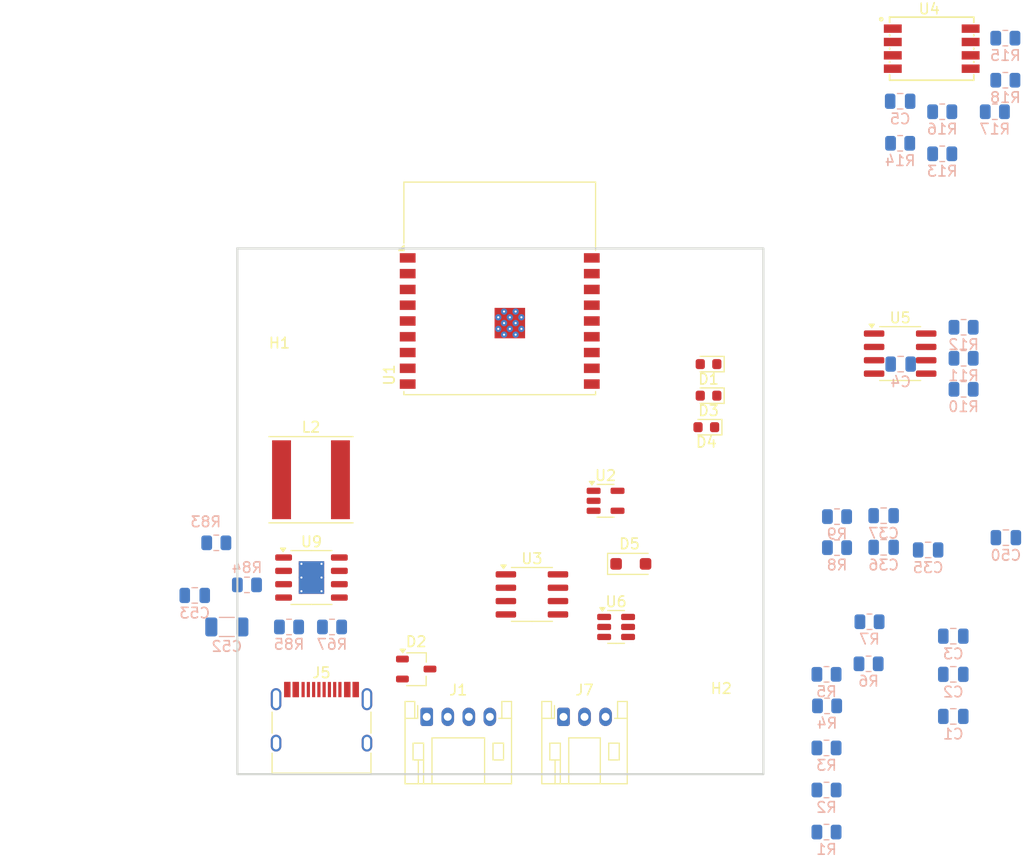
<source format=kicad_pcb>
(kicad_pcb (version 20241229) (generator "pcbnew") (generator_version "9.0")
  (layers (0 "F.Cu" signal) (2 "B.Cu" signal) (13 "F.Paste" user) (15 "B.Paste" user) (5 "F.SilkS" user "F.Silkscreen") (7 "B.SilkS" user "B.Silkscreen") (1 "F.Mask" user) (3 "B.Mask" user) (25 "Edge.Cuts" user))
  (net 0 "")
  (net 1 "Net-(D2-A1)")
  (net 5 "Net-(D2-A2)")
  (net 7 "/C3_TX")
  (net 12 "/C3_RX")
  (net 19 "GND")
  (net 20 "+5V")
  (net 21 "+3V3")
  (net 22 "/EN{slash}CHIP_PU")
  (net 23 "Net-(D1-A)")
  (net 24 "Net-(D3-A)")
  (net 25 "Net-(D4-A)")
  (net 26 "/Vbus")
  (net 27 "/LED_Green")
  (net 28 "/CANH")
  (net 29 "/CANL")
  (net 30 "/LED_Blue")
  (net 31 "/GPIO8")
  (net 33 "/CAN_TX")
  (net 34 "/CAN_RX")
  (net 35 "/C3_DE_RS485")
  (net 36 "/SD_CS")
  (net 37 "/SD_MOSI")
  (net 38 "/SD_MISO")
  (net 39 "Net-(U4-DAT1)")
  (net 40 "Net-(U4-CLK)")
  (net 41 "Net-(U4-DAT2)")
  (net 42 "Net-(U5-B)")
  (net 43 "Net-(C35-Pad1)")
  (net 44 "/FB")
  (net 45 "/SW")
  (net 46 "/BST")
  (net 47 "BAT+")
  (net 48 "Net-(J5-D+-PadA6)")
  (net 49 "Net-(U6-VBUS)")
  (net 50 "Net-(J5-D--PadA7)")
  (net 51 "Net-(J5-CC1)")
  (net 53 "Net-(J5-CC2)")
  (net 55 "/RON")
  (net 61 "Net-(U5-A)")
  (net 62 "/SD_SCK")
  (footprint "Package_TO_SOT_SMD:SOT-23-6" (layer "F.Cu") (at 96 126)
    (property "Reference" "U6" (at 0 -2.4 0) (layer "F.SilkS"))
    (property "Value" "USBLC6-2SC6")
    (fp_line (start 0 -1.56) (end -0.8 -1.56) (stroke (width 0.12)) (layer "F.SilkS"))
    (fp_line (start 0 -1.56) (end 0.8 -1.56) (stroke (width 0.12)) (layer "F.SilkS"))
    (fp_line (start 0 1.56) (end -0.8 1.56) (stroke (width 0.12)) (layer "F.SilkS"))
    (fp_line (start 0 1.56) (end 0.8 1.56) (stroke (width 0.12)) (layer "F.SilkS"))
    (fp_poly (pts (xy -1.3 -1.51) (xy -1.54 -1.84) (xy -1.06 -1.84)) (stroke (width 0.12)) (fill yes) (layer "F.SilkS"))
    (pad "1" smd roundrect (at -1.1375 -0.95) (size 1.325 0.6) (layers "F.Cu" "F.Mask" "F.Paste"))
    (pad "2" smd roundrect (at -1.1375 0) (size 1.325 0.6) (layers "F.Cu" "F.Mask" "F.Paste") (net 19 "GND"))
    (pad "3" smd roundrect (at -1.1375 0.95) (size 1.325 0.6) (layers "F.Cu" "F.Mask" "F.Paste"))
    (pad "4" smd roundrect (at 1.1375 0.95) (size 1.325 0.6) (layers "F.Cu" "F.Mask" "F.Paste"))
    (pad "5" smd roundrect (at 1.1375 0) (size 1.325 0.6) (layers "F.Cu" "F.Mask" "F.Paste") (net 49 "Net-(U6-VBUS)"))
    (pad "6" smd roundrect (at 1.1375 -0.95) (size 1.325 0.6) (layers "F.Cu" "F.Mask" "F.Paste"))
  )
  (footprint "MountingHole:MountingHole_3.2mm_M3" (layer "F.Cu") (at 106 136)
    (property "Reference" "H2" (at 0 -4.15 0) (layer "F.SilkS"))
    (property "Value" "MountingHole")
    (pad "" np_thru_hole circle (at 0 0) (size 3.2 3.2) (drill 3.2) (layers "*.Cu" "*.Mask"))
  )
  (footprint "Connector_JST:JST_PH_S3B-PH-K_1x03_P2.00mm_Horizontal" (layer "F.Cu") (at 91 134.55)
    (property "Reference" "J7" (at 2 -2.55 0) (layer "F.SilkS"))
    (property "Value" "RS485")
    (fp_line (start -2.06 -1.46) (end -2.06 6.36) (stroke (width 0.12)) (layer "F.SilkS"))
    (fp_line (start -2.06 0.14) (end -1.14 0.14) (stroke (width 0.12)) (layer "F.SilkS"))
    (fp_line (start -2.06 6.36) (end 6.06 6.36) (stroke (width 0.12)) (layer "F.SilkS"))
    (fp_line (start -1.3 2.5) (end -1.3 4.1) (stroke (width 0.12)) (layer "F.SilkS"))
    (fp_line (start -1.3 4.1) (end -0.3 4.1) (stroke (width 0.12)) (layer "F.SilkS"))
    (fp_line (start -1.14 -1.46) (end -2.06 -1.46) (stroke (width 0.12)) (layer "F.SilkS"))
    (fp_line (start -1.14 0.14) (end -1.14 -1.46) (stroke (width 0.12)) (layer "F.SilkS"))
    (fp_line (start -0.86 0.14) (end -1.14 0.14) (stroke (width 0.12)) (layer "F.SilkS"))
    (fp_line (start -0.86 0.14) (end -0.86 -1.075) (stroke (width 0.12)) (layer "F.SilkS"))
    (fp_line (start -0.8 4.1) (end -0.8 6.36) (stroke (width 0.12)) (layer "F.SilkS"))
    (fp_line (start -0.3 2.5) (end -1.3 2.5) (stroke (width 0.12)) (layer "F.SilkS"))
    (fp_line (start -0.3 4.1) (end -0.3 2.5) (stroke (width 0.12)) (layer "F.SilkS"))
    (fp_line (start -0.3 4.1) (end -0.3 6.36) (stroke (width 0.12)) (layer "F.SilkS"))
    (fp_line (start 0.5 2) (end 3.5 2) (stroke (width 0.12)) (layer "F.SilkS"))
    (fp_line (start 0.5 6.36) (end 0.5 2) (stroke (width 0.12)) (layer "F.SilkS"))
    (fp_line (start 3.5 2) (end 3.5 6.36) (stroke (width 0.12)) (layer "F.SilkS"))
    (fp_line (start 4.3 2.5) (end 5.3 2.5) (stroke (width 0.12)) (layer "F.SilkS"))
    (fp_line (start 4.3 4.1) (end 4.3 2.5) (stroke (width 0.12)) (layer "F.SilkS"))
    (fp_line (start 5.14 -1.46) (end 5.14 0.14) (stroke (width 0.12)) (layer "F.SilkS"))
    (fp_line (start 5.14 0.14) (end 4.86 0.14) (stroke (width 0.12)) (layer "F.SilkS"))
    (fp_line (start 5.3 2.5) (end 5.3 4.1) (stroke (width 0.12)) (layer "F.SilkS"))
    (fp_line (start 5.3 4.1) (end 4.3 4.1) (stroke (width 0.12)) (layer "F.SilkS"))
    (fp_line (start 6.06 -1.46) (end 5.14 -1.46) (stroke (width 0.12)) (layer "F.SilkS"))
    (fp_line (start 6.06 0.14) (end 5.14 0.14) (stroke (width 0.12)) (layer "F.SilkS"))
    (fp_line (start 6.06 6.36) (end 6.06 -1.46) (stroke (width 0.12)) (layer "F.SilkS"))
    (pad "1" thru_hole roundrect (at 0 0) (size 1.2 1.75) (drill 0.75) (layers "*.Cu" "*.Mask") (roundrect_rratio 0.208333) (net 5 "Net-(D2-A2)"))
    (pad "2" thru_hole oval (at 2 0) (size 1.2 1.75) (drill 0.75) (layers "*.Cu" "*.Mask") (net 19 "GND"))
    (pad "3" thru_hole oval (at 4 0) (size 1.2 1.75) (drill 0.75) (layers "*.Cu" "*.Mask") (net 1 "Net-(D2-A1)"))
  )
  (footprint "LED_SMD:LED_0603_1608Metric" (layer "F.Cu") (at 104.7875 101 180)
    (property "Reference" "D1" (at 0 -1.43 0) (layer "F.SilkS"))
    (property "Value" "Red")
    (fp_line (start 0.8 -0.735) (end -1.485 -0.735) (stroke (width 0.12)) (layer "F.SilkS"))
    (fp_line (start -1.485 0.735) (end 0.8 0.735) (stroke (width 0.12)) (layer "F.SilkS"))
    (fp_line (start -1.485 -0.735) (end -1.485 0.735) (stroke (width 0.12)) (layer "F.SilkS"))
    (pad "1" smd roundrect (at -0.7875 0 180) (size 0.875 0.95) (layers "F.Cu" "F.Mask" "F.Paste") (net 19 "GND"))
    (pad "2" smd roundrect (at 0.7875 0 180) (size 0.875 0.95) (layers "F.Cu" "F.Mask" "F.Paste") (net 23 "Net-(D1-A)"))
  )
  (footprint "Connector_JST:JST_PH_S4B-PH-K_1x04_P2.00mm_Horizontal" (layer "F.Cu") (at 78 134.55)
    (property "Reference" "J1" (at 3 -2.55 0) (layer "F.SilkS"))
    (property "Value" "CAN")
    (fp_line (start -2.06 -1.46) (end -2.06 6.36) (stroke (width 0.12)) (layer "F.SilkS"))
    (fp_line (start -2.06 0.14) (end -1.14 0.14) (stroke (width 0.12)) (layer "F.SilkS"))
    (fp_line (start -2.06 6.36) (end 8.06 6.36) (stroke (width 0.12)) (layer "F.SilkS"))
    (fp_line (start -1.3 2.5) (end -1.3 4.1) (stroke (width 0.12)) (layer "F.SilkS"))
    (fp_line (start -1.3 4.1) (end -0.3 4.1) (stroke (width 0.12)) (layer "F.SilkS"))
    (fp_line (start -1.14 -1.46) (end -2.06 -1.46) (stroke (width 0.12)) (layer "F.SilkS"))
    (fp_line (start -1.14 0.14) (end -1.14 -1.46) (stroke (width 0.12)) (layer "F.SilkS"))
    (fp_line (start -0.86 0.14) (end -1.14 0.14) (stroke (width 0.12)) (layer "F.SilkS"))
    (fp_line (start -0.86 0.14) (end -0.86 -1.075) (stroke (width 0.12)) (layer "F.SilkS"))
    (fp_line (start -0.8 4.1) (end -0.8 6.36) (stroke (width 0.12)) (layer "F.SilkS"))
    (fp_line (start -0.3 2.5) (end -1.3 2.5) (stroke (width 0.12)) (layer "F.SilkS"))
    (fp_line (start -0.3 4.1) (end -0.3 2.5) (stroke (width 0.12)) (layer "F.SilkS"))
    (fp_line (start -0.3 4.1) (end -0.3 6.36) (stroke (width 0.12)) (layer "F.SilkS"))
    (fp_line (start 0.5 2) (end 5.5 2) (stroke (width 0.12)) (layer "F.SilkS"))
    (fp_line (start 0.5 6.36) (end 0.5 2) (stroke (width 0.12)) (layer "F.SilkS"))
    (fp_line (start 5.5 2) (end 5.5 6.36) (stroke (width 0.12)) (layer "F.SilkS"))
    (fp_line (start 6.3 2.5) (end 7.3 2.5) (stroke (width 0.12)) (layer "F.SilkS"))
    (fp_line (start 6.3 4.1) (end 6.3 2.5) (stroke (width 0.12)) (layer "F.SilkS"))
    (fp_line (start 7.14 -1.46) (end 7.14 0.14) (stroke (width 0.12)) (layer "F.SilkS"))
    (fp_line (start 7.14 0.14) (end 6.86 0.14) (stroke (width 0.12)) (layer "F.SilkS"))
    (fp_line (start 7.3 2.5) (end 7.3 4.1) (stroke (width 0.12)) (layer "F.SilkS"))
    (fp_line (start 7.3 4.1) (end 6.3 4.1) (stroke (width 0.12)) (layer "F.SilkS"))
    (fp_line (start 8.06 -1.46) (end 7.14 -1.46) (stroke (width 0.12)) (layer "F.SilkS"))
    (fp_line (start 8.06 0.14) (end 7.14 0.14) (stroke (width 0.12)) (layer "F.SilkS"))
    (fp_line (start 8.06 6.36) (end 8.06 -1.46) (stroke (width 0.12)) (layer "F.SilkS"))
    (pad "1" thru_hole roundrect (at 0 0) (size 1.2 1.75) (drill 0.75) (layers "*.Cu" "*.Mask") (roundrect_rratio 0.208333))
    (pad "2" thru_hole oval (at 2 0) (size 1.2 1.75) (drill 0.75) (layers "*.Cu" "*.Mask"))
    (pad "3" thru_hole oval (at 4 0) (size 1.2 1.75) (drill 0.75) (layers "*.Cu" "*.Mask"))
    (pad "4" thru_hole oval (at 6 0) (size 1.2 1.75) (drill 0.75) (layers "*.Cu" "*.Mask"))
  )
  (footprint "Package_TO_SOT_SMD:TSOT-23" (layer "F.Cu") (at 77 130)
    (property "Reference" "D2" (at 0 -2.6 0) (layer "F.SilkS"))
    (property "Value" "CDSOT23-SM712")
    (fp_line (start 0.945 0.69) (end 0.945 1.58) (stroke (width 0.12)) (layer "F.SilkS"))
    (fp_line (start 0.945 1.58) (end -0.905 1.58) (stroke (width 0.12)) (layer "F.SilkS"))
    (fp_line (start 0.96 -1.54) (end -0.89 -1.54) (stroke (width 0.12)) (layer "F.SilkS"))
    (fp_line (start 0.96 -1.54) (end 0.96 -0.65) (stroke (width 0.12)) (layer "F.SilkS"))
    (fp_poly (pts (xy -1.28 -1.55) (xy -1.52 -1.88) (xy -1.04 -1.88) (xy -1.28 -1.55)) (stroke (width 0.12)) (fill yes) (layer "F.SilkS"))
    (pad "1" smd roundrect (at -1.31 -0.95) (size 1.22 0.65) (layers "F.Cu" "F.Mask" "F.Paste") (net 1 "Net-(D2-A1)"))
    (pad "2" smd roundrect (at -1.31 0.95) (size 1.22 0.65) (layers "F.Cu" "F.Mask" "F.Paste") (net 5 "Net-(D2-A2)"))
    (pad "3" smd roundrect (at 1.31 0) (size 1.22 0.65) (layers "F.Cu" "F.Mask" "F.Paste") (net 19 "GND"))
  )
  (footprint "Inductor_SMD:L_Taiyo-Yuden_NR-80xx" (layer "F.Cu") (at 67 112)
    (property "Reference" "L2" (at 0 -5 0) (layer "F.SilkS"))
    (property "Value" "33u")
    (fp_line (start -4 -4.1) (end 4 -4.1) (stroke (width 0.12)) (layer "F.SilkS"))
    (fp_line (start -4 4.1) (end 4 4.1) (stroke (width 0.12)) (layer "F.SilkS"))
    (pad "1" smd rect (at -2.8 0) (size 1.8 7.5) (layers "F.Cu" "F.Mask" "F.Paste") (net 45 "/SW"))
    (pad "2" smd rect (at 2.8 0) (size 1.8 7.5) (layers "F.Cu" "F.Mask" "F.Paste") (net 20 "+5V"))
  )
  (footprint "Diode_SMD:D_SOD-123F" (layer "F.Cu") (at 97.4 120)
    (property "Reference" "D5" (at -0.127 -1.905 0) (layer "F.SilkS"))
    (property "Value" "100V/3A")
    (fp_line (start -2.21 -1) (end -2.21 1) (stroke (width 0.12)) (layer "F.SilkS"))
    (fp_line (start -2.21 -1) (end 1.65 -1) (stroke (width 0.12)) (layer "F.SilkS"))
    (fp_line (start -2.21 1) (end 1.65 1) (stroke (width 0.12)) (layer "F.SilkS"))
    (pad "1" smd roundrect (at -1.4 0) (size 1.1 1.1) (layers "F.Cu" "F.Mask" "F.Paste") (roundrect_rratio 0.2272727273) (net 20 "+5V"))
    (pad "2" smd roundrect (at 1.4 0) (size 1.1 1.1) (layers "F.Cu" "F.Mask" "F.Paste") (roundrect_rratio 0.2272727273) (net 26 "/Vbus"))
  )
  (footprint "MountingHole:MountingHole_3.2mm_M3" (layer "F.Cu") (at 64 94)
    (property "Reference" "H1" (at 0 5 0) (layer "F.SilkS"))
    (property "Value" "MountingHole")
    (pad "" np_thru_hole circle (at 0 0) (size 3.2 3.2) (drill 3.2) (layers "*.Cu" "*.Mask"))
  )
  (footprint "RF_Module:ESP32-C3-WROOM-02" (layer "F.Cu") (at 84.94 96.9)
    (property "Reference" "U1" (at -10.5 5.13 90) (layer "F.SilkS"))
    (property "Value" "ESP32-C3-WROOM-02")
    (fp_line (start -9.11 -13.21) (end -9.11 -7.4) (stroke (width 0.12)) (layer "F.SilkS"))
    (fp_line (start -9.11 -13.21) (end 9.11 -13.21) (stroke (width 0.12)) (layer "F.SilkS"))
    (fp_line (start -9.11 6.71) (end -9.11 7.01) (stroke (width 0.12)) (layer "F.SilkS"))
    (fp_line (start -9.11 7.01) (end 9.11 7.01) (stroke (width 0.12)) (layer "F.SilkS"))
    (fp_line (start 9.11 -13.21) (end 9.11 -6.71) (stroke (width 0.12)) (layer "F.SilkS"))
    (fp_line (start 9.11 6.71) (end 9.11 7.01) (stroke (width 0.12)) (layer "F.SilkS"))
    (fp_poly (pts (xy -9.1 -6.7) (xy -9.6 -6.7) (xy -9.1 -7.2) (xy -9.1 -6.7)) (stroke (width 0.12)) (fill yes) (layer "F.SilkS"))
    (pad "1" smd rect (at -8.75 -6) (size 1.5 0.9) (layers "F.Cu" "F.Mask" "F.Paste") (net 21 "+3V3"))
    (pad "2" smd rect (at -8.75 -4.5) (size 1.5 0.9) (layers "F.Cu" "F.Mask" "F.Paste") (net 22 "/EN{slash}CHIP_PU"))
    (pad "3" smd rect (at -8.75 -3) (size 1.5 0.9) (layers "F.Cu" "F.Mask" "F.Paste"))
    (pad "4" smd rect (at -8.75 -1.5) (size 1.5 0.9) (layers "F.Cu" "F.Mask" "F.Paste"))
    (pad "5" smd rect (at -8.75 0) (size 1.5 0.9) (layers "F.Cu" "F.Mask" "F.Paste"))
    (pad "6" smd rect (at -8.75 1.5) (size 1.5 0.9) (layers "F.Cu" "F.Mask" "F.Paste"))
    (pad "7" smd rect (at -8.75 3) (size 1.5 0.9) (layers "F.Cu" "F.Mask" "F.Paste") (net 31 "/GPIO8"))
    (pad "8" smd rect (at -8.75 4.5) (size 1.5 0.9) (layers "F.Cu" "F.Mask" "F.Paste"))
    (pad "9" smd rect (at -8.75 6) (size 1.5 0.9) (layers "F.Cu" "F.Mask" "F.Paste") (net 19 "GND"))
    (pad "10" smd rect (at 8.75 6) (size 1.5 0.9) (layers "F.Cu" "F.Mask" "F.Paste"))
    (pad "11" smd rect (at 8.75 4.5) (size 1.5 0.9) (layers "F.Cu" "F.Mask" "F.Paste") (net 12 "/C3_RX"))
    (pad "12" smd rect (at 8.75 3) (size 1.5 0.9) (layers "F.Cu" "F.Mask" "F.Paste") (net 7 "/C3_TX"))
    (pad "13" smd rect (at 8.75 1.5) (size 1.5 0.9) (layers "F.Cu" "F.Mask" "F.Paste"))
    (pad "14" smd rect (at 8.75 0) (size 1.5 0.9) (layers "F.Cu" "F.Mask" "F.Paste") (net 35 "/C3_DE_RS485"))
    (pad "15" smd rect (at 8.75 -1.5) (size 1.5 0.9) (layers "F.Cu" "F.Mask" "F.Paste"))
    (pad "16" smd rect (at 8.75 -3) (size 1.5 0.9) (layers "F.Cu" "F.Mask" "F.Paste") (net 27 "/LED_Green"))
    (pad "17" smd rect (at 8.75 -4.5) (size 1.5 0.9) (layers "F.Cu" "F.Mask" "F.Paste"))
    (pad "18" smd rect (at 8.75 -6) (size 1.5 0.9) (layers "F.Cu" "F.Mask" "F.Paste"))
    (pad "19" thru_hole circle (at -0.14 -0.35) (size 0.6 0.6) (drill 0.2) (property pad_prop_heatsink) (layers "*.Cu" "F.Mask") (net 19 "GND"))
    (pad "19" thru_hole circle (at -0.14 0.75) (size 0.6 0.6) (drill 0.2) (property pad_prop_heatsink) (layers "*.Cu" "F.Mask") (net 19 "GND"))
    (pad "19" thru_hole circle (at 0.41 -0.9) (size 0.6 0.6) (drill 0.2) (property pad_prop_heatsink) (layers "*.Cu" "F.Mask") (net 19 "GND"))
    (pad "19" thru_hole circle (at 0.41 0.2) (size 0.6 0.6) (drill 0.2) (property pad_prop_heatsink) (layers "*.Cu" "F.Mask") (net 19 "GND"))
    (pad "19" thru_hole circle (at 0.41 1.3) (size 0.6 0.6) (drill 0.2) (property pad_prop_heatsink) (layers "*.Cu" "F.Mask") (net 19 "GND"))
    (pad "19" thru_hole circle (at 0.96 -0.35) (size 0.6 0.6) (drill 0.2) (property pad_prop_heatsink) (layers "*.Cu" "F.Mask") (net 19 "GND"))
    (pad "19" smd rect (at 0.96 0.2) (size 2.9 2.9) (property pad_prop_heatsink) (layers "F.Cu" "F.Mask") (net 19 "GND"))
    (pad "19" thru_hole circle (at 0.96 0.75) (size 0.6 0.6) (drill 0.2) (property pad_prop_heatsink) (layers "*.Cu" "F.Mask") (net 19 "GND"))
    (pad "19" thru_hole circle (at 1.51 -0.9) (size 0.6 0.6) (drill 0.2) (property pad_prop_heatsink) (layers "*.Cu" "F.Mask") (net 19 "GND"))
    (pad "19" thru_hole circle (at 1.51 0.2) (size 0.6 0.6) (drill 0.2) (property pad_prop_heatsink) (layers "*.Cu" "F.Mask") (net 19 "GND"))
    (pad "19" thru_hole circle (at 1.51 1.3) (size 0.6 0.6) (drill 0.2) (property pad_prop_heatsink) (layers "*.Cu" "F.Mask") (net 19 "GND"))
    (pad "19" thru_hole circle (at 2.06 -0.35) (size 0.6 0.6) (drill 0.2) (property pad_prop_heatsink) (layers "*.Cu" "F.Mask") (net 19 "GND"))
    (pad "19" thru_hole circle (at 2.06 0.75) (size 0.6 0.6) (drill 0.2) (property pad_prop_heatsink) (layers "*.Cu" "F.Mask") (net 19 "GND"))
  )
  (footprint "Klever:MKDV32GCL-STP" (layer "F.Cu") (at 126 71)
    (property "Reference" "U4" (at -0.23575 -3.78 0) (layer "F.SilkS"))
    (property "Value" "~")
    (fp_line (start -4 -3) (end -4 -2.4895) (stroke (width 0.16)) (layer "F.SilkS"))
    (fp_line (start -4 -3) (end 4 -3) (stroke (width 0.16)) (layer "F.SilkS"))
    (fp_line (start -4 -1.321) (end -4 -1.2195) (stroke (width 0.16)) (layer "F.SilkS"))
    (fp_line (start -4 -0.051) (end -4 0.0505) (stroke (width 0.16)) (layer "F.SilkS"))
    (fp_line (start -4 1.219) (end -4 1.3205) (stroke (width 0.16)) (layer "F.SilkS"))
    (fp_line (start -4 2.489) (end -4 3) (stroke (width 0.16)) (layer "F.SilkS"))
    (fp_line (start -4 3) (end 4 3) (stroke (width 0.16)) (layer "F.SilkS"))
    (fp_line (start 4 -3) (end 4 -2.4895) (stroke (width 0.16)) (layer "F.SilkS"))
    (fp_line (start 4 -1.321) (end 4 -1.2195) (stroke (width 0.16)) (layer "F.SilkS"))
    (fp_line (start 4 -0.051) (end 4 0.0505) (stroke (width 0.16)) (layer "F.SilkS"))
    (fp_line (start 4 1.219) (end 4 1.3205) (stroke (width 0.16)) (layer "F.SilkS"))
    (fp_line (start 4 2.489) (end 4 3) (stroke (width 0.16)) (layer "F.SilkS"))
    (fp_circle (center -4.8 -2.8) (end -4.6585 -2.8) (stroke (width 0.16)) (fill no) (layer "F.SilkS"))
    (pad "1" smd rect (at -3.7 -1.905) (size 1.7 0.8) (layers "F.Cu" "F.Mask" "F.Paste") (net 41 "Net-(U4-DAT2)"))
    (pad "2" smd rect (at -3.7 -0.635) (size 1.7 0.8) (layers "F.Cu" "F.Mask" "F.Paste") (net 36 "/SD_CS"))
    (pad "3" smd rect (at -3.7 0.635) (size 1.7 0.8) (layers "F.Cu" "F.Mask" "F.Paste") (net 40 "Net-(U4-CLK)"))
    (pad "4" smd rect (at -3.7 1.905) (size 1.7 0.8) (layers "F.Cu" "F.Mask" "F.Paste") (net 19 "GND"))
    (pad "5" smd rect (at 3.7 1.905) (size 1.7 0.8) (layers "F.Cu" "F.Mask" "F.Paste") (net 37 "/SD_MOSI"))
    (pad "6" smd rect (at 3.7 0.635) (size 1.7 0.8) (layers "F.Cu" "F.Mask" "F.Paste") (net 38 "/SD_MISO"))
    (pad "7" smd rect (at 3.7 -0.635) (size 1.7 0.8) (layers "F.Cu" "F.Mask" "F.Paste") (net 39 "Net-(U4-DAT1)"))
    (pad "8" smd rect (at 3.7 -1.905) (size 1.7 0.8) (layers "F.Cu" "F.Mask" "F.Paste") (net 21 "+3V3"))
  )
  (footprint "Package_TO_SOT_SMD:SOT-23-5" (layer "F.Cu") (at 95 114)
    (property "Reference" "U2" (at 0 -2.4 0) (layer "F.SilkS"))
    (property "Value" "AP2112K-3.3")
    (fp_line (start 0 -1.56) (end -0.8 -1.56) (stroke (width 0.12)) (layer "F.SilkS"))
    (fp_line (start 0 -1.56) (end 0.8 -1.56) (stroke (width 0.12)) (layer "F.SilkS"))
    (fp_line (start 0 1.56) (end -0.8 1.56) (stroke (width 0.12)) (layer "F.SilkS"))
    (fp_line (start 0 1.56) (end 0.8 1.56) (stroke (width 0.12)) (layer "F.SilkS"))
    (fp_poly (pts (xy -1.3 -1.51) (xy -1.54 -1.84) (xy -1.06 -1.84)) (stroke (width 0.12)) (fill yes) (layer "F.SilkS"))
    (pad "1" smd roundrect (at -1.1375 -0.95) (size 1.325 0.6) (layers "F.Cu" "F.Mask" "F.Paste") (net 20 "+5V"))
    (pad "2" smd roundrect (at -1.1375 0) (size 1.325 0.6) (layers "F.Cu" "F.Mask" "F.Paste") (net 19 "GND"))
    (pad "3" smd roundrect (at -1.1375 0.95) (size 1.325 0.6) (layers "F.Cu" "F.Mask" "F.Paste") (net 20 "+5V"))
    (pad "4" smd roundrect (at 1.1375 0.95) (size 1.325 0.6) (layers "F.Cu" "F.Mask" "F.Paste"))
    (pad "5" smd roundrect (at 1.1375 -0.95) (size 1.325 0.6) (layers "F.Cu" "F.Mask" "F.Paste") (net 21 "+3V3"))
  )
  (footprint "LED_SMD:LED_0603_1608Metric" (layer "F.Cu") (at 104.575 107 180)
    (property "Reference" "D4" (at 0 -1.43 0) (layer "F.SilkS"))
    (property "Value" "Emerald")
    (fp_line (start 0.8 -0.735) (end -1.485 -0.735) (stroke (width 0.12)) (layer "F.SilkS"))
    (fp_line (start -1.485 0.735) (end 0.8 0.735) (stroke (width 0.12)) (layer "F.SilkS"))
    (fp_line (start -1.485 -0.735) (end -1.485 0.735) (stroke (width 0.12)) (layer "F.SilkS"))
    (pad "1" smd roundrect (at -0.7875 0 180) (size 0.875 0.95) (layers "F.Cu" "F.Mask" "F.Paste") (net 19 "GND"))
    (pad "2" smd roundrect (at 0.7875 0 180) (size 0.875 0.95) (layers "F.Cu" "F.Mask" "F.Paste") (net 25 "Net-(D4-A)"))
  )
  (footprint "LED_SMD:LED_0603_1608Metric" (layer "F.Cu") (at 104.7875 104 180)
    (property "Reference" "D3" (at 0 -1.43 0) (layer "F.SilkS"))
    (property "Value" "Blue")
    (fp_line (start 0.8 -0.735) (end -1.485 -0.735) (stroke (width 0.12)) (layer "F.SilkS"))
    (fp_line (start -1.485 0.735) (end 0.8 0.735) (stroke (width 0.12)) (layer "F.SilkS"))
    (fp_line (start -1.485 -0.735) (end -1.485 0.735) (stroke (width 0.12)) (layer "F.SilkS"))
    (pad "1" smd roundrect (at -0.7875 0 180) (size 0.875 0.95) (layers "F.Cu" "F.Mask" "F.Paste") (net 19 "GND"))
    (pad "2" smd roundrect (at 0.7875 0 180) (size 0.875 0.95) (layers "F.Cu" "F.Mask" "F.Paste") (net 24 "Net-(D3-A)"))
  )
  (footprint "Package_SO:HSOP-8-1EP_3.9x4.9mm_P1.27mm_EP2.41x3.1mm_ThermalVias" (layer "F.Cu") (at 67.045 121.3)
    (property "Reference" "U9" (at 0 -3.4 0) (layer "F.SilkS"))
    (property "Value" "LM5164DDA")
    (fp_line (start 0 -2.56) (end -1.95 -2.56) (stroke (width 0.12)) (layer "F.SilkS"))
    (fp_line (start 0 -2.56) (end 1.95 -2.56) (stroke (width 0.12)) (layer "F.SilkS"))
    (fp_line (start 0 2.56) (end -1.95 2.56) (stroke (width 0.12)) (layer "F.SilkS"))
    (fp_line (start 0 2.56) (end 1.95 2.56) (stroke (width 0.12)) (layer "F.SilkS"))
    (fp_poly (pts (xy -2.7 -2.465) (xy -2.94 -2.795) (xy -2.46 -2.795)) (stroke (width 0.12)) (fill yes) (layer "F.SilkS"))
    (pad "1" smd roundrect (at -2.65 -1.905) (size 1.6 0.6) (layers "F.Cu" "F.Mask" "F.Paste") (net 19 "GND"))
    (pad "2" smd roundrect (at -2.65 -0.635) (size 1.6 0.6) (layers "F.Cu" "F.Mask" "F.Paste") (net 47 "BAT+"))
    (pad "3" smd roundrect (at -2.65 0.635) (size 1.6 0.6) (layers "F.Cu" "F.Mask" "F.Paste") (net 47 "BAT+"))
    (pad "4" smd roundrect (at -2.65 1.905) (size 1.6 0.6) (layers "F.Cu" "F.Mask" "F.Paste") (net 55 "/RON"))
    (pad "5" smd roundrect (at 2.65 1.905) (size 1.6 0.6) (layers "F.Cu" "F.Mask" "F.Paste") (net 44 "/FB"))
    (pad "6" smd roundrect (at 2.65 0.635) (size 1.6 0.6) (layers "F.Cu" "F.Mask" "F.Paste"))
    (pad "7" smd roundrect (at 2.65 -0.635) (size 1.6 0.6) (layers "F.Cu" "F.Mask" "F.Paste") (net 46 "/BST"))
    (pad "8" smd roundrect (at 2.65 -1.905) (size 1.6 0.6) (layers "F.Cu" "F.Mask" "F.Paste") (net 45 "/SW"))
    (pad "9" thru_hole circle (at -0.955 -1.3) (size 0.5 0.5) (drill 0.2) (property pad_prop_heatsink) (layers "*.Cu") (net 19 "GND"))
    (pad "9" thru_hole circle (at -0.955 0) (size 0.5 0.5) (drill 0.2) (property pad_prop_heatsink) (layers "*.Cu") (net 19 "GND"))
    (pad "9" thru_hole circle (at -0.955 1.3) (size 0.5 0.5) (drill 0.2) (property pad_prop_heatsink) (layers "*.Cu") (net 19 "GND"))
    (pad "9" smd rect (at 0 0) (size 2.41 3.1) (property pad_prop_heatsink) (layers "F.Cu" "F.Mask") (net 19 "GND"))
    (pad "9" smd rect (at 0 0) (size 2.41 3.1) (property pad_prop_heatsink) (layers "B.Cu") (net 19 "GND"))
    (pad "9" thru_hole circle (at 0.955 -1.3) (size 0.5 0.5) (drill 0.2) (property pad_prop_heatsink) (layers "*.Cu") (net 19 "GND"))
    (pad "9" thru_hole circle (at 0.955 0) (size 0.5 0.5) (drill 0.2) (property pad_prop_heatsink) (layers "*.Cu") (net 19 "GND"))
    (pad "9" thru_hole circle (at 0.955 1.3) (size 0.5 0.5) (drill 0.2) (property pad_prop_heatsink) (layers "*.Cu") (net 19 "GND"))
  )
  (footprint "Package_SO:SOIC-8_3.9x4.9mm_P1.27mm" (layer "F.Cu") (at 123 100)
    (property "Reference" "U5" (at 0 -3.4 0) (layer "F.SilkS"))
    (property "Value" "MAX485E")
    (fp_line (start 0 -2.56) (end -1.95 -2.56) (stroke (width 0.12)) (layer "F.SilkS"))
    (fp_line (start 0 -2.56) (end 1.95 -2.56) (stroke (width 0.12)) (layer "F.SilkS"))
    (fp_line (start 0 2.56) (end -1.95 2.56) (stroke (width 0.12)) (layer "F.SilkS"))
    (fp_line (start 0 2.56) (end 1.95 2.56) (stroke (width 0.12)) (layer "F.SilkS"))
    (fp_poly (pts (xy -2.7 -2.465) (xy -2.94 -2.795) (xy -2.46 -2.795)) (stroke (width 0.12)) (fill yes) (layer "F.SilkS"))
    (pad "1" smd roundrect (at -2.475 -1.905) (size 1.95 0.6) (layers "F.Cu" "F.Mask" "F.Paste") (net 12 "/C3_RX"))
    (pad "2" smd roundrect (at -2.475 -0.635) (size 1.95 0.6) (layers "F.Cu" "F.Mask" "F.Paste") (net 35 "/C3_DE_RS485"))
    (pad "3" smd roundrect (at -2.475 0.635) (size 1.95 0.6) (layers "F.Cu" "F.Mask" "F.Paste") (net 35 "/C3_DE_RS485"))
    (pad "4" smd roundrect (at -2.475 1.905) (size 1.95 0.6) (layers "F.Cu" "F.Mask" "F.Paste") (net 7 "/C3_TX"))
    (pad "5" smd roundrect (at 2.475 1.905) (size 1.95 0.6) (layers "F.Cu" "F.Mask" "F.Paste") (net 19 "GND"))
    (pad "6" smd roundrect (at 2.475 0.635) (size 1.95 0.6) (layers "F.Cu" "F.Mask" "F.Paste") (net 61 "Net-(U5-A)"))
    (pad "7" smd roundrect (at 2.475 -0.635) (size 1.95 0.6) (layers "F.Cu" "F.Mask" "F.Paste") (net 42 "Net-(U5-B)"))
    (pad "8" smd roundrect (at 2.475 -1.905) (size 1.95 0.6) (layers "F.Cu" "F.Mask" "F.Paste") (net 20 "+5V"))
  )
  (footprint "Package_SO:SOIC-8_3.9x4.9mm_P1.27mm" (layer "F.Cu") (at 88 122.905)
    (property "Reference" "U3" (at 0 -3.4 0) (layer "F.SilkS"))
    (property "Value" "TJA1051T-3")
    (fp_line (start 0 -2.56) (end -1.95 -2.56) (stroke (width 0.12)) (layer "F.SilkS"))
    (fp_line (start 0 -2.56) (end 1.95 -2.56) (stroke (width 0.12)) (layer "F.SilkS"))
    (fp_line (start 0 2.56) (end -1.95 2.56) (stroke (width 0.12)) (layer "F.SilkS"))
    (fp_line (start 0 2.56) (end 1.95 2.56) (stroke (width 0.12)) (layer "F.SilkS"))
    (fp_poly (pts (xy -2.7 -2.465) (xy -2.94 -2.795) (xy -2.46 -2.795)) (stroke (width 0.12)) (fill yes) (layer "F.SilkS"))
    (pad "1" smd roundrect (at -2.475 -1.905) (size 1.95 0.6) (layers "F.Cu" "F.Mask" "F.Paste") (net 33 "/CAN_TX"))
    (pad "2" smd roundrect (at -2.475 -0.635) (size 1.95 0.6) (layers "F.Cu" "F.Mask" "F.Paste") (net 19 "GND"))
    (pad "3" smd roundrect (at -2.475 0.635) (size 1.95 0.6) (layers "F.Cu" "F.Mask" "F.Paste") (net 20 "+5V"))
    (pad "4" smd roundrect (at -2.475 1.905) (size 1.95 0.6) (layers "F.Cu" "F.Mask" "F.Paste") (net 34 "/CAN_RX"))
    (pad "5" smd roundrect (at 2.475 1.905) (size 1.95 0.6) (layers "F.Cu" "F.Mask" "F.Paste") (net 21 "+3V3"))
    (pad "6" smd roundrect (at 2.475 0.635) (size 1.95 0.6) (layers "F.Cu" "F.Mask" "F.Paste") (net 29 "/CANL"))
    (pad "7" smd roundrect (at 2.475 -0.635) (size 1.95 0.6) (layers "F.Cu" "F.Mask" "F.Paste") (net 28 "/CANH"))
    (pad "8" smd roundrect (at 2.475 -1.905) (size 1.95 0.6) (layers "F.Cu" "F.Mask" "F.Paste") (net 19 "GND"))
  )
  (footprint "Connector_USB:USB_C_Receptacle_HRO_TYPE-C-31-M-12" (layer "F.Cu") (at 68 136)
    (property "Reference" "J5" (at 0 -5.645 0) (layer "F.SilkS"))
    (property "Value" "USB_C_Receptacle_USB2.0")
    (fp_line (start -4.7 -1.9) (end -4.7 0.1) (stroke (width 0.12)) (layer "F.SilkS"))
    (fp_line (start -4.7 2) (end -4.7 3.9) (stroke (width 0.12)) (layer "F.SilkS"))
    (fp_line (start -4.7 3.9) (end 4.7 3.9) (stroke (width 0.12)) (layer "F.SilkS"))
    (fp_line (start 4.7 -1.9) (end 4.7 0.1) (stroke (width 0.12)) (layer "F.SilkS"))
    (fp_line (start 4.7 2) (end 4.7 3.9) (stroke (width 0.12)) (layer "F.SilkS"))
    (pad "" np_thru_hole circle (at -2.89 -2.6) (size 0.65 0.65) (drill 0.65) (layers "*.Cu" "*.Mask"))
    (pad "" np_thru_hole circle (at 2.89 -2.6) (size 0.65 0.65) (drill 0.65) (layers "*.Cu" "*.Mask"))
    (pad "A1" smd rect (at -3.25 -4.045) (size 0.6 1.45) (layers "F.Cu" "F.Mask" "F.Paste") (net 19 "GND"))
    (pad "A4" smd rect (at -2.45 -4.045) (size 0.6 1.45) (layers "F.Cu" "F.Mask" "F.Paste") (net 49 "Net-(U6-VBUS)"))
    (pad "A5" smd rect (at -1.25 -4.045) (size 0.3 1.45) (layers "F.Cu" "F.Mask" "F.Paste") (net 51 "Net-(J5-CC1)"))
    (pad "A6" smd rect (at -0.25 -4.045) (size 0.3 1.45) (layers "F.Cu" "F.Mask" "F.Paste") (net 48 "Net-(J5-D+-PadA6)"))
    (pad "A7" smd rect (at 0.25 -4.045) (size 0.3 1.45) (layers "F.Cu" "F.Mask" "F.Paste") (net 50 "Net-(J5-D--PadA7)"))
    (pad "A8" smd rect (at 1.25 -4.045) (size 0.3 1.45) (layers "F.Cu" "F.Mask" "F.Paste"))
    (pad "A9" smd rect (at 2.45 -4.045) (size 0.6 1.45) (layers "F.Cu" "F.Mask" "F.Paste") (net 49 "Net-(U6-VBUS)"))
    (pad "A12" smd rect (at 3.25 -4.045) (size 0.6 1.45) (layers "F.Cu" "F.Mask" "F.Paste") (net 19 "GND"))
    (pad "B1" smd rect (at 3.25 -4.045) (size 0.6 1.45) (layers "F.Cu" "F.Mask" "F.Paste") (net 19 "GND"))
    (pad "B4" smd rect (at 2.45 -4.045) (size 0.6 1.45) (layers "F.Cu" "F.Mask" "F.Paste") (net 49 "Net-(U6-VBUS)"))
    (pad "B5" smd rect (at 1.75 -4.045) (size 0.3 1.45) (layers "F.Cu" "F.Mask" "F.Paste") (net 53 "Net-(J5-CC2)"))
    (pad "B6" smd rect (at 0.75 -4.045) (size 0.3 1.45) (layers "F.Cu" "F.Mask" "F.Paste") (net 48 "Net-(J5-D+-PadA6)"))
    (pad "B7" smd rect (at -0.75 -4.045) (size 0.3 1.45) (layers "F.Cu" "F.Mask" "F.Paste") (net 50 "Net-(J5-D--PadA7)"))
    (pad "B8" smd rect (at -1.75 -4.045) (size 0.3 1.45) (layers "F.Cu" "F.Mask" "F.Paste"))
    (pad "B9" smd rect (at -2.45 -4.045) (size 0.6 1.45) (layers "F.Cu" "F.Mask" "F.Paste") (net 49 "Net-(U6-VBUS)"))
    (pad "B12" smd rect (at -3.25 -4.045) (size 0.6 1.45) (layers "F.Cu" "F.Mask" "F.Paste") (net 19 "GND"))
    (pad "S1" thru_hole oval (at -4.32 -3.13) (size 1 2.1) (drill oval 0.6 1.7) (property pad_prop_heatsink) (layers "*.Cu" "*.Mask") (net 19 "GND"))
    (pad "S1" thru_hole oval (at -4.32 1.05) (size 1 1.6) (drill oval 0.6 1.2) (property pad_prop_heatsink) (layers "*.Cu" "*.Mask") (net 19 "GND"))
    (pad "S1" thru_hole oval (at 4.32 -3.13) (size 1 2.1) (drill oval 0.6 1.7) (property pad_prop_heatsink) (layers "*.Cu" "*.Mask") (net 19 "GND"))
    (pad "S1" thru_hole oval (at 4.32 1.05) (size 1 1.6) (drill oval 0.6 1.2) (property pad_prop_heatsink) (layers "*.Cu" "*.Mask") (net 19 "GND"))
  )
  (footprint "Resistor_SMD:R_0805_2012Metric" (layer "B.Cu") (at 129.03 97.49675)
    (property "Reference" "R12" (at 0 1.65 180) (layer "B.SilkS") (effects (justify mirror)))
    (property "Value" "10")
    (fp_line (start -0.227064 -0.735) (end 0.227064 -0.735) (stroke (width 0.12)) (layer "B.SilkS"))
    (fp_line (start -0.227064 0.735) (end 0.227064 0.735) (stroke (width 0.12)) (layer "B.SilkS"))
    (pad "1" smd roundrect (at -0.9125 0) (size 1.025 1.4) (layers "B.Cu" "B.Mask" "B.Paste") (roundrect_rratio 0.243902) (net 42 "Net-(U5-B)"))
    (pad "2" smd roundrect (at 0.9125 0) (size 1.025 1.4) (layers "B.Cu" "B.Mask" "B.Paste") (roundrect_rratio 0.243902) (net 1 "Net-(D2-A1)"))
  )
  (footprint "Capacitor_SMD:C_0805_2012Metric" (layer "B.Cu") (at 128.05 130.50675)
    (property "Reference" "C2" (at 0 1.68 180) (layer "B.SilkS") (effects (justify mirror)))
    (property "Value" "10uF/6.3V")
    (fp_line (start -0.261252 -0.735) (end 0.261252 -0.735) (stroke (width 0.12)) (layer "B.SilkS"))
    (fp_line (start -0.261252 0.735) (end 0.261252 0.735) (stroke (width 0.12)) (layer "B.SilkS"))
    (pad "1" smd roundrect (at -0.95 0) (size 1 1.45) (layers "B.Cu" "B.Mask" "B.Paste") (net 21 "+3V3"))
    (pad "2" smd roundrect (at 0.95 0) (size 1 1.45) (layers "B.Cu" "B.Mask" "B.Paste") (net 19 "GND"))
  )
  (footprint "Resistor_SMD:R_0805_2012Metric" (layer "B.Cu") (at 58 118)
    (property "Reference" "R83" (at -1 -2 180) (layer "B.SilkS") (effects (justify mirror)))
    (property "Value" "316k")
    (fp_line (start -0.227064 -0.735) (end 0.227064 -0.735) (stroke (width 0.12)) (layer "B.SilkS"))
    (fp_line (start -0.227064 0.735) (end 0.227064 0.735) (stroke (width 0.12)) (layer "B.SilkS"))
    (pad "1" smd roundrect (at -0.9125 0) (size 1.025 1.4) (layers "B.Cu" "B.Mask" "B.Paste") (roundrect_rratio 0.243902) (net 20 "+5V"))
    (pad "2" smd roundrect (at 0.9125 0) (size 1.025 1.4) (layers "B.Cu" "B.Mask" "B.Paste") (roundrect_rratio 0.243902) (net 44 "/FB"))
  )
  (footprint "Resistor_SMD:R_0805_2012Metric" (layer "B.Cu") (at 116 130.50675)
    (property "Reference" "R5" (at 0 1.65 180) (layer "B.SilkS") (effects (justify mirror)))
    (property "Value" "1k")
    (fp_line (start -0.227064 -0.735) (end 0.227064 -0.735) (stroke (width 0.12)) (layer "B.SilkS"))
    (fp_line (start -0.227064 0.735) (end 0.227064 0.735) (stroke (width 0.12)) (layer "B.SilkS"))
    (pad "1" smd roundrect (at -0.9125 0) (size 1.025 1.4) (layers "B.Cu" "B.Mask" "B.Paste") (roundrect_rratio 0.243902) (net 24 "Net-(D3-A)"))
    (pad "2" smd roundrect (at 0.9125 0) (size 1.025 1.4) (layers "B.Cu" "B.Mask" "B.Paste") (roundrect_rratio 0.243902) (net 30 "/LED_Blue"))
  )
  (footprint "Resistor_SMD:R_0805_2012Metric" (layer "B.Cu") (at 120 129.50675)
    (property "Reference" "R6" (at 0 1.65 180) (layer "B.SilkS") (effects (justify mirror)))
    (property "Value" "10k")
    (fp_line (start -0.227064 -0.735) (end 0.227064 -0.735) (stroke (width 0.12)) (layer "B.SilkS"))
    (fp_line (start -0.227064 0.735) (end 0.227064 0.735) (stroke (width 0.12)) (layer "B.SilkS"))
    (pad "1" smd roundrect (at -0.9125 0) (size 1.025 1.4) (layers "B.Cu" "B.Mask" "B.Paste") (roundrect_rratio 0.243902) (net 21 "+3V3"))
    (pad "2" smd roundrect (at 0.9125 0) (size 1.025 1.4) (layers "B.Cu" "B.Mask" "B.Paste") (roundrect_rratio 0.243902) (net 31 "/GPIO8"))
  )
  (footprint "Capacitor_SMD:C_0805_2012Metric" (layer "B.Cu") (at 123 76)
    (property "Reference" "C5" (at 0 1.68 180) (layer "B.SilkS") (effects (justify mirror)))
    (property "Value" "2.2u")
    (fp_line (start -0.261252 -0.735) (end 0.261252 -0.735) (stroke (width 0.12)) (layer "B.SilkS"))
    (fp_line (start -0.261252 0.735) (end 0.261252 0.735) (stroke (width 0.12)) (layer "B.SilkS"))
    (pad "1" smd roundrect (at -0.95 0) (size 1 1.45) (layers "B.Cu" "B.Mask" "B.Paste") (net 21 "+3V3"))
    (pad "2" smd roundrect (at 0.95 0) (size 1 1.45) (layers "B.Cu" "B.Mask" "B.Paste") (net 19 "GND"))
  )
  (footprint "Resistor_SMD:R_0805_2012Metric" (layer "B.Cu") (at 127 81)
    (property "Reference" "R13" (at 0 1.65 180) (layer "B.SilkS") (effects (justify mirror)))
    (property "Value" "10")
    (fp_line (start -0.227064 -0.735) (end 0.227064 -0.735) (stroke (width 0.12)) (layer "B.SilkS"))
    (fp_line (start -0.227064 0.735) (end 0.227064 0.735) (stroke (width 0.12)) (layer "B.SilkS"))
    (pad "1" smd roundrect (at -0.9125 0) (size 1.025 1.4) (layers "B.Cu" "B.Mask" "B.Paste") (roundrect_rratio 0.243902) (net 62 "/SD_SCK"))
    (pad "2" smd roundrect (at 0.9125 0) (size 1.025 1.4) (layers "B.Cu" "B.Mask" "B.Paste") (roundrect_rratio 0.243902) (net 40 "Net-(U4-CLK)"))
  )
  (footprint "Resistor_SMD:R_0805_2012Metric" (layer "B.Cu") (at 133 74)
    (property "Reference" "R18" (at 0 1.65 180) (layer "B.SilkS") (effects (justify mirror)))
    (property "Value" "10k")
    (fp_line (start -0.227064 -0.735) (end 0.227064 -0.735) (stroke (width 0.12)) (layer "B.SilkS"))
    (fp_line (start -0.227064 0.735) (end 0.227064 0.735) (stroke (width 0.12)) (layer "B.SilkS"))
    (pad "1" smd roundrect (at -0.9125 0) (size 1.025 1.4) (layers "B.Cu" "B.Mask" "B.Paste") (roundrect_rratio 0.243902) (net 37 "/SD_MOSI"))
    (pad "2" smd roundrect (at 0.9125 0) (size 1.025 1.4) (layers "B.Cu" "B.Mask" "B.Paste") (roundrect_rratio 0.243902) (net 21 "+3V3"))
  )
  (footprint "Capacitor_SMD:C_0805_2012Metric" (layer "B.Cu") (at 128.05 134.50675)
    (property "Reference" "C1" (at 0 1.68 180) (layer "B.SilkS") (effects (justify mirror)))
    (property "Value" "10uF/6.3V")
    (fp_line (start -0.261252 -0.735) (end 0.261252 -0.735) (stroke (width 0.12)) (layer "B.SilkS"))
    (fp_line (start -0.261252 0.735) (end 0.261252 0.735) (stroke (width 0.12)) (layer "B.SilkS"))
    (pad "1" smd roundrect (at -0.95 0) (size 1 1.45) (layers "B.Cu" "B.Mask" "B.Paste") (net 20 "+5V"))
    (pad "2" smd roundrect (at 0.95 0) (size 1 1.45) (layers "B.Cu" "B.Mask" "B.Paste") (net 19 "GND"))
  )
  (footprint "Resistor_SMD:R_0805_2012Metric" (layer "B.Cu") (at 127 77)
    (property "Reference" "R16" (at 0 1.65 180) (layer "B.SilkS") (effects (justify mirror)))
    (property "Value" "10k")
    (fp_line (start -0.227064 -0.735) (end 0.227064 -0.735) (stroke (width 0.12)) (layer "B.SilkS"))
    (fp_line (start -0.227064 0.735) (end 0.227064 0.735) (stroke (width 0.12)) (layer "B.SilkS"))
    (pad "1" smd roundrect (at -0.9125 0) (size 1.025 1.4) (layers "B.Cu" "B.Mask" "B.Paste") (roundrect_rratio 0.243902) (net 39 "Net-(U4-DAT1)"))
    (pad "2" smd roundrect (at 0.9125 0) (size 1.025 1.4) (layers "B.Cu" "B.Mask" "B.Paste") (roundrect_rratio 0.243902) (net 21 "+3V3"))
  )
  (footprint "Capacitor_SMD:C_0805_2012Metric" (layer "B.Cu") (at 125.66 118.67675)
    (property "Reference" "C35" (at 0 1.68 180) (layer "B.SilkS") (effects (justify mirror)))
    (property "Value" "2n2")
    (fp_line (start -0.261252 -0.735) (end 0.261252 -0.735) (stroke (width 0.12)) (layer "B.SilkS"))
    (fp_line (start -0.261252 0.735) (end 0.261252 0.735) (stroke (width 0.12)) (layer "B.SilkS"))
    (pad "1" smd roundrect (at -0.95 0) (size 1 1.45) (layers "B.Cu" "B.Mask" "B.Paste") (net 43 "Net-(C35-Pad1)"))
    (pad "2" smd roundrect (at 0.95 0) (size 1 1.45) (layers "B.Cu" "B.Mask" "B.Paste") (net 20 "+5V"))
  )
  (footprint "Capacitor_SMD:C_0805_2012Metric" (layer "B.Cu") (at 121.43 115.41675)
    (property "Reference" "C37" (at 0 1.68 180) (layer "B.SilkS") (effects (justify mirror)))
    (property "Value" "56p")
    (fp_line (start -0.261252 -0.735) (end 0.261252 -0.735) (stroke (width 0.12)) (layer "B.SilkS"))
    (fp_line (start -0.261252 0.735) (end 0.261252 0.735) (stroke (width 0.12)) (layer "B.SilkS"))
    (pad "1" smd roundrect (at -0.95 0) (size 1 1.45) (layers "B.Cu" "B.Mask" "B.Paste") (net 44 "/FB"))
    (pad "2" smd roundrect (at 0.95 0) (size 1 1.45) (layers "B.Cu" "B.Mask" "B.Paste") (net 43 "Net-(C35-Pad1)"))
  )
  (footprint "Capacitor_SMD:C_0805_2012Metric" (layer "B.Cu") (at 123.05 101)
    (property "Reference" "C4" (at 0 1.68 180) (layer "B.SilkS") (effects (justify mirror)))
    (property "Value" "100n")
    (fp_line (start -0.261252 -0.735) (end 0.261252 -0.735) (stroke (width 0.12)) (layer "B.SilkS"))
    (fp_line (start -0.261252 0.735) (end 0.261252 0.735) (stroke (width 0.12)) (layer "B.SilkS"))
    (pad "1" smd roundrect (at -0.95 0) (size 1 1.45) (layers "B.Cu" "B.Mask" "B.Paste") (net 20 "+5V"))
    (pad "2" smd roundrect (at 0.95 0) (size 1 1.45) (layers "B.Cu" "B.Mask" "B.Paste") (net 19 "GND"))
  )
  (footprint "Resistor_SMD:R_0805_2012Metric" (layer "B.Cu") (at 116 141.50675)
    (property "Reference" "R2" (at 0 1.65 180) (layer "B.SilkS") (effects (justify mirror)))
    (property "Value" "10k")
    (fp_line (start -0.227064 -0.735) (end 0.227064 -0.735) (stroke (width 0.12)) (layer "B.SilkS"))
    (fp_line (start -0.227064 0.735) (end 0.227064 0.735) (stroke (width 0.12)) (layer "B.SilkS"))
    (pad "1" smd roundrect (at -0.9125 0) (size 1.025 1.4) (layers "B.Cu" "B.Mask" "B.Paste") (roundrect_rratio 0.243902) (net 22 "/EN{slash}CHIP_PU"))
    (pad "2" smd roundrect (at 0.9125 0) (size 1.025 1.4) (layers "B.Cu" "B.Mask" "B.Paste") (roundrect_rratio 0.243902) (net 21 "+3V3"))
  )
  (footprint "Capacitor_SMD:C_0805_2012Metric" (layer "B.Cu") (at 133.05 117.50675)
    (property "Reference" "C50" (at 0 1.68 180) (layer "B.SilkS") (effects (justify mirror)))
    (property "Value" "2n2")
    (fp_line (start -0.261252 -0.735) (end 0.261252 -0.735) (stroke (width 0.12)) (layer "B.SilkS"))
    (fp_line (start -0.261252 0.735) (end 0.261252 0.735) (stroke (width 0.12)) (layer "B.SilkS"))
    (pad "1" smd roundrect (at -0.95 0) (size 1 1.45) (layers "B.Cu" "B.Mask" "B.Paste") (net 46 "/BST"))
    (pad "2" smd roundrect (at 0.95 0) (size 1 1.45) (layers "B.Cu" "B.Mask" "B.Paste") (net 45 "/SW"))
  )
  (footprint "Resistor_SMD:R_0805_2012Metric" (layer "B.Cu") (at 120.0875 125.50675)
    (property "Reference" "R7" (at 0 1.65 180) (layer "B.SilkS") (effects (justify mirror)))
    (property "Value" "1k")
    (fp_line (start -0.227064 -0.735) (end 0.227064 -0.735) (stroke (width 0.12)) (layer "B.SilkS"))
    (fp_line (start -0.227064 0.735) (end 0.227064 0.735) (stroke (width 0.12)) (layer "B.SilkS"))
    (pad "1" smd roundrect (at -0.9125 0) (size 1.025 1.4) (layers "B.Cu" "B.Mask" "B.Paste") (roundrect_rratio 0.243902) (net 21 "+3V3"))
    (pad "2" smd roundrect (at 0.9125 0) (size 1.025 1.4) (layers "B.Cu" "B.Mask" "B.Paste") (roundrect_rratio 0.243902) (net 23 "Net-(D1-A)"))
  )
  (footprint "Resistor_SMD:R_0805_2012Metric" (layer "B.Cu") (at 117 118.45675)
    (property "Reference" "R8" (at 0 1.65 180) (layer "B.SilkS") (effects (justify mirror)))
    (property "Value" "5k1")
    (fp_line (start -0.227064 -0.735) (end 0.227064 -0.735) (stroke (width 0.12)) (layer "B.SilkS"))
    (fp_line (start -0.227064 0.735) (end 0.227064 0.735) (stroke (width 0.12)) (layer "B.SilkS"))
    (pad "1" smd roundrect (at -0.9125 0) (size 1.025 1.4) (layers "B.Cu" "B.Mask" "B.Paste") (roundrect_rratio 0.243902) (net 53 "Net-(J5-CC2)"))
    (pad "2" smd roundrect (at 0.9125 0) (size 1.025 1.4) (layers "B.Cu" "B.Mask" "B.Paste") (roundrect_rratio 0.243902) (net 19 "GND"))
  )
  (footprint "Resistor_SMD:R_0805_2012Metric" (layer "B.Cu") (at 123 80)
    (property "Reference" "R14" (at 0 1.65 180) (layer "B.SilkS") (effects (justify mirror)))
    (property "Value" "10k")
    (fp_line (start -0.227064 -0.735) (end 0.227064 -0.735) (stroke (width 0.12)) (layer "B.SilkS"))
    (fp_line (start -0.227064 0.735) (end 0.227064 0.735) (stroke (width 0.12)) (layer "B.SilkS"))
    (pad "1" smd roundrect (at -0.9125 0) (size 1.025 1.4) (layers "B.Cu" "B.Mask" "B.Paste") (roundrect_rratio 0.243902) (net 36 "/SD_CS"))
    (pad "2" smd roundrect (at 0.9125 0) (size 1.025 1.4) (layers "B.Cu" "B.Mask" "B.Paste") (roundrect_rratio 0.243902) (net 21 "+3V3"))
  )
  (footprint "Resistor_SMD:R_0805_2012Metric" (layer "B.Cu") (at 129.03 103.39675)
    (property "Reference" "R10" (at 0 1.65 180) (layer "B.SilkS") (effects (justify mirror)))
    (property "Value" "120")
    (fp_line (start -0.227064 -0.735) (end 0.227064 -0.735) (stroke (width 0.12)) (layer "B.SilkS"))
    (fp_line (start -0.227064 0.735) (end 0.227064 0.735) (stroke (width 0.12)) (layer "B.SilkS"))
    (pad "1" smd roundrect (at -0.9125 0) (size 1.025 1.4) (layers "B.Cu" "B.Mask" "B.Paste") (roundrect_rratio 0.243902) (net 61 "Net-(U5-A)"))
    (pad "2" smd roundrect (at 0.9125 0) (size 1.025 1.4) (layers "B.Cu" "B.Mask" "B.Paste") (roundrect_rratio 0.243902) (net 42 "Net-(U5-B)"))
  )
  (footprint "Capacitor_SMD:C_0805_2012Metric" (layer "B.Cu") (at 55.95 123)
    (property "Reference" "C53" (at 0 1.68 180) (layer "B.SilkS") (effects (justify mirror)))
    (property "Value" "22u")
    (fp_line (start -0.261252 -0.735) (end 0.261252 -0.735) (stroke (width 0.12)) (layer "B.SilkS"))
    (fp_line (start -0.261252 0.735) (end 0.261252 0.735) (stroke (width 0.12)) (layer "B.SilkS"))
    (pad "1" smd roundrect (at -0.95 0) (size 1 1.45) (layers "B.Cu" "B.Mask" "B.Paste") (net 20 "+5V"))
    (pad "2" smd roundrect (at 0.95 0) (size 1 1.45) (layers "B.Cu" "B.Mask" "B.Paste") (net 19 "GND"))
  )
  (footprint "Resistor_SMD:R_0805_2012Metric" (layer "B.Cu") (at 64.9125 126)
    (property "Reference" "R85" (at 0 1.65 180) (layer "B.SilkS") (effects (justify mirror)))
    (property "Value" "41k2")
    (fp_line (start -0.227064 -0.735) (end 0.227064 -0.735) (stroke (width 0.12)) (layer "B.SilkS"))
    (fp_line (start -0.227064 0.735) (end 0.227064 0.735) (stroke (width 0.12)) (layer "B.SilkS"))
    (pad "1" smd roundrect (at -0.9125 0) (size 1.025 1.4) (layers "B.Cu" "B.Mask" "B.Paste") (roundrect_rratio 0.243902) (net 55 "/RON"))
    (pad "2" smd roundrect (at 0.9125 0) (size 1.025 1.4) (layers "B.Cu" "B.Mask" "B.Paste") (roundrect_rratio 0.243902) (net 19 "GND"))
  )
  (footprint "Resistor_SMD:R_0805_2012Metric" (layer "B.Cu") (at 132 77)
    (property "Reference" "R17" (at 0 1.65 180) (layer "B.SilkS") (effects (justify mirror)))
    (property "Value" "10k")
    (fp_line (start -0.227064 -0.735) (end 0.227064 -0.735) (stroke (width 0.12)) (layer "B.SilkS"))
    (fp_line (start -0.227064 0.735) (end 0.227064 0.735) (stroke (width 0.12)) (layer "B.SilkS"))
    (pad "1" smd roundrect (at -0.9125 0) (size 1.025 1.4) (layers "B.Cu" "B.Mask" "B.Paste") (roundrect_rratio 0.243902) (net 38 "/SD_MISO"))
    (pad "2" smd roundrect (at 0.9125 0) (size 1.025 1.4) (layers "B.Cu" "B.Mask" "B.Paste") (roundrect_rratio 0.243902) (net 21 "+3V3"))
  )
  (footprint "Capacitor_SMD:C_0805_2012Metric" (layer "B.Cu") (at 121.43 118.42675)
    (property "Reference" "C36" (at 0 1.68 180) (layer "B.SilkS") (effects (justify mirror)))
    (property "Value" "22u")
    (fp_line (start -0.261252 -0.735) (end 0.261252 -0.735) (stroke (width 0.12)) (layer "B.SilkS"))
    (fp_line (start -0.261252 0.735) (end 0.261252 0.735) (stroke (width 0.12)) (layer "B.SilkS"))
    (pad "1" smd roundrect (at -0.95 0) (size 1 1.45) (layers "B.Cu" "B.Mask" "B.Paste") (net 20 "+5V"))
    (pad "2" smd roundrect (at 0.95 0) (size 1 1.45) (layers "B.Cu" "B.Mask" "B.Paste") (net 19 "GND"))
  )
  (footprint "Resistor_SMD:R_0805_2012Metric" (layer "B.Cu") (at 116 137.50675)
    (property "Reference" "R3" (at 0 1.65 180) (layer "B.SilkS") (effects (justify mirror)))
    (property "Value" "10k")
    (fp_line (start -0.227064 -0.735) (end 0.227064 -0.735) (stroke (width 0.12)) (layer "B.SilkS"))
    (fp_line (start -0.227064 0.735) (end 0.227064 0.735) (stroke (width 0.12)) (layer "B.SilkS"))
    (pad "1" smd roundrect (at -0.9125 0) (size 1.025 1.4) (layers "B.Cu" "B.Mask" "B.Paste") (roundrect_rratio 0.243902) (net 21 "+3V3"))
    (pad "2" smd roundrect (at 0.9125 0) (size 1.025 1.4) (layers "B.Cu" "B.Mask" "B.Paste") (roundrect_rratio 0.243902) (net 27 "/LED_Green"))
  )
  (footprint "Resistor_SMD:R_0805_2012Metric" (layer "B.Cu") (at 129.03 100.44675)
    (property "Reference" "R11" (at 0 1.65 180) (layer "B.SilkS") (effects (justify mirror)))
    (property "Value" "10")
    (fp_line (start -0.227064 -0.735) (end 0.227064 -0.735) (stroke (width 0.12)) (layer "B.SilkS"))
    (fp_line (start -0.227064 0.735) (end 0.227064 0.735) (stroke (width 0.12)) (layer "B.SilkS"))
    (pad "1" smd roundrect (at -0.9125 0) (size 1.025 1.4) (layers "B.Cu" "B.Mask" "B.Paste") (roundrect_rratio 0.243902) (net 61 "Net-(U5-A)"))
    (pad "2" smd roundrect (at 0.9125 0) (size 1.025 1.4) (layers "B.Cu" "B.Mask" "B.Paste") (roundrect_rratio 0.243902) (net 5 "Net-(D2-A2)"))
  )
  (footprint "Resistor_SMD:R_0805_2012Metric" (layer "B.Cu") (at 60.9125 122 180)
    (property "Reference" "R84" (at 0 1.65 0) (layer "B.SilkS") (effects (justify mirror)))
    (property "Value" "101k")
    (fp_line (start -0.227064 0.735) (end 0.227064 0.735) (stroke (width 0.12)) (layer "B.SilkS"))
    (fp_line (start -0.227064 -0.735) (end 0.227064 -0.735) (stroke (width 0.12)) (layer "B.SilkS"))
    (pad "1" smd roundrect (at -0.9125 0 180) (size 1.025 1.4) (layers "B.Cu" "B.Mask" "B.Paste") (roundrect_rratio 0.243902) (net 44 "/FB"))
    (pad "2" smd roundrect (at 0.9125 0 180) (size 1.025 1.4) (layers "B.Cu" "B.Mask" "B.Paste") (roundrect_rratio 0.243902) (net 19 "GND"))
  )
  (footprint "Resistor_SMD:R_0805_2012Metric" (layer "B.Cu") (at 116 145.50675)
    (property "Reference" "R1" (at 0 1.65 180) (layer "B.SilkS") (effects (justify mirror)))
    (property "Value" "1k")
    (fp_line (start -0.227064 -0.735) (end 0.227064 -0.735) (stroke (width 0.12)) (layer "B.SilkS"))
    (fp_line (start -0.227064 0.735) (end 0.227064 0.735) (stroke (width 0.12)) (layer "B.SilkS"))
    (pad "1" smd roundrect (at -0.9125 0) (size 1.025 1.4) (layers "B.Cu" "B.Mask" "B.Paste") (roundrect_rratio 0.243902) (net 25 "Net-(D4-A)"))
    (pad "2" smd roundrect (at 0.9125 0) (size 1.025 1.4) (layers "B.Cu" "B.Mask" "B.Paste") (roundrect_rratio 0.243902) (net 27 "/LED_Green"))
  )
  (footprint "Capacitor_SMD:C_1206_3216Metric" (layer "B.Cu") (at 59 126)
    (property "Reference" "C52" (at 0 1.85 180) (layer "B.SilkS") (effects (justify mirror)))
    (property "Value" "2u2/100V")
    (fp_line (start -0.711252 -0.91) (end 0.711252 -0.91) (stroke (width 0.12)) (layer "B.SilkS"))
    (fp_line (start -0.711252 0.91) (end 0.711252 0.91) (stroke (width 0.12)) (layer "B.SilkS"))
    (pad "1" smd roundrect (at -1.475 0) (size 1.15 1.8) (layers "B.Cu" "B.Mask" "B.Paste") (roundrect_rratio 0.217391) (net 47 "BAT+"))
    (pad "2" smd roundrect (at 1.475 0) (size 1.15 1.8) (layers "B.Cu" "B.Mask" "B.Paste") (roundrect_rratio 0.217391) (net 19 "GND"))
  )
  (footprint "Capacitor_SMD:C_0805_2012Metric" (layer "B.Cu") (at 128.05 126.87675)
    (property "Reference" "C3" (at 0 1.68 180) (layer "B.SilkS") (effects (justify mirror)))
    (property "Value" "1uF/25V")
    (fp_line (start -0.261252 -0.735) (end 0.261252 -0.735) (stroke (width 0.12)) (layer "B.SilkS"))
    (fp_line (start -0.261252 0.735) (end 0.261252 0.735) (stroke (width 0.12)) (layer "B.SilkS"))
    (pad "1" smd roundrect (at -0.95 0) (size 1 1.45) (layers "B.Cu" "B.Mask" "B.Paste") (net 22 "/EN{slash}CHIP_PU"))
    (pad "2" smd roundrect (at 0.95 0) (size 1 1.45) (layers "B.Cu" "B.Mask" "B.Paste") (net 19 "GND"))
  )
  (footprint "Resistor_SMD:R_0805_2012Metric" (layer "B.Cu") (at 117 115.50675)
    (property "Reference" "R9" (at 0 1.65 180) (layer "B.SilkS") (effects (justify mirror)))
    (property "Value" "5k1")
    (fp_line (start -0.227064 -0.735) (end 0.227064 -0.735) (stroke (width 0.12)) (layer "B.SilkS"))
    (fp_line (start -0.227064 0.735) (end 0.227064 0.735) (stroke (width 0.12)) (layer "B.SilkS"))
    (pad "1" smd roundrect (at -0.9125 0) (size 1.025 1.4) (layers "B.Cu" "B.Mask" "B.Paste") (roundrect_rratio 0.243902) (net 51 "Net-(J5-CC1)"))
    (pad "2" smd roundrect (at 0.9125 0) (size 1.025 1.4) (layers "B.Cu" "B.Mask" "B.Paste") (roundrect_rratio 0.243902) (net 19 "GND"))
  )
  (footprint "Resistor_SMD:R_0805_2012Metric" (layer "B.Cu") (at 116.055 133.50675)
    (property "Reference" "R4" (at 0 1.65 180) (layer "B.SilkS") (effects (justify mirror)))
    (property "Value" "220")
    (fp_line (start -0.227064 -0.735) (end 0.227064 -0.735) (stroke (width 0.12)) (layer "B.SilkS"))
    (fp_line (start -0.227064 0.735) (end 0.227064 0.735) (stroke (width 0.12)) (layer "B.SilkS"))
    (pad "1" smd roundrect (at -0.9125 0) (size 1.025 1.4) (layers "B.Cu" "B.Mask" "B.Paste") (roundrect_rratio 0.243902) (net 29 "/CANL"))
    (pad "2" smd roundrect (at 0.9125 0) (size 1.025 1.4) (layers "B.Cu" "B.Mask" "B.Paste") (roundrect_rratio 0.243902) (net 28 "/CANH"))
  )
  (footprint "Resistor_SMD:R_0805_2012Metric" (layer "B.Cu") (at 133 70)
    (property "Reference" "R15" (at 0 1.65 180) (layer "B.SilkS") (effects (justify mirror)))
    (property "Value" "10k")
    (fp_line (start -0.227064 -0.735) (end 0.227064 -0.735) (stroke (width 0.12)) (layer "B.SilkS"))
    (fp_line (start -0.227064 0.735) (end 0.227064 0.735) (stroke (width 0.12)) (layer "B.SilkS"))
    (pad "1" smd roundrect (at -0.9125 0) (size 1.025 1.4) (layers "B.Cu" "B.Mask" "B.Paste") (roundrect_rratio 0.243902) (net 41 "Net-(U4-DAT2)"))
    (pad "2" smd roundrect (at 0.9125 0) (size 1.025 1.4) (layers "B.Cu" "B.Mask" "B.Paste") (roundrect_rratio 0.243902) (net 21 "+3V3"))
  )
  (footprint "Resistor_SMD:R_0805_2012Metric" (layer "B.Cu") (at 69 126)
    (property "Reference" "R67" (at 0 1.65 180) (layer "B.SilkS") (effects (justify mirror)))
    (property "Value" "240k")
    (fp_line (start -0.227064 -0.735) (end 0.227064 -0.735) (stroke (width 0.12)) (layer "B.SilkS"))
    (fp_line (start -0.227064 0.735) (end 0.227064 0.735) (stroke (width 0.12)) (layer "B.SilkS"))
    (pad "1" smd roundrect (at -0.9125 0) (size 1.025 1.4) (layers "B.Cu" "B.Mask" "B.Paste") (roundrect_rratio 0.243902) (net 45 "/SW"))
    (pad "2" smd roundrect (at 0.9125 0) (size 1.025 1.4) (layers "B.Cu" "B.Mask" "B.Paste") (roundrect_rratio 0.243902) (net 43 "Net-(C35-Pad1)"))
  )
  (gr_rect (start 60 90) (end 110 140) (stroke (width 0.2)) (fill no) (layer "Edge.Cuts"))
)
</source>
